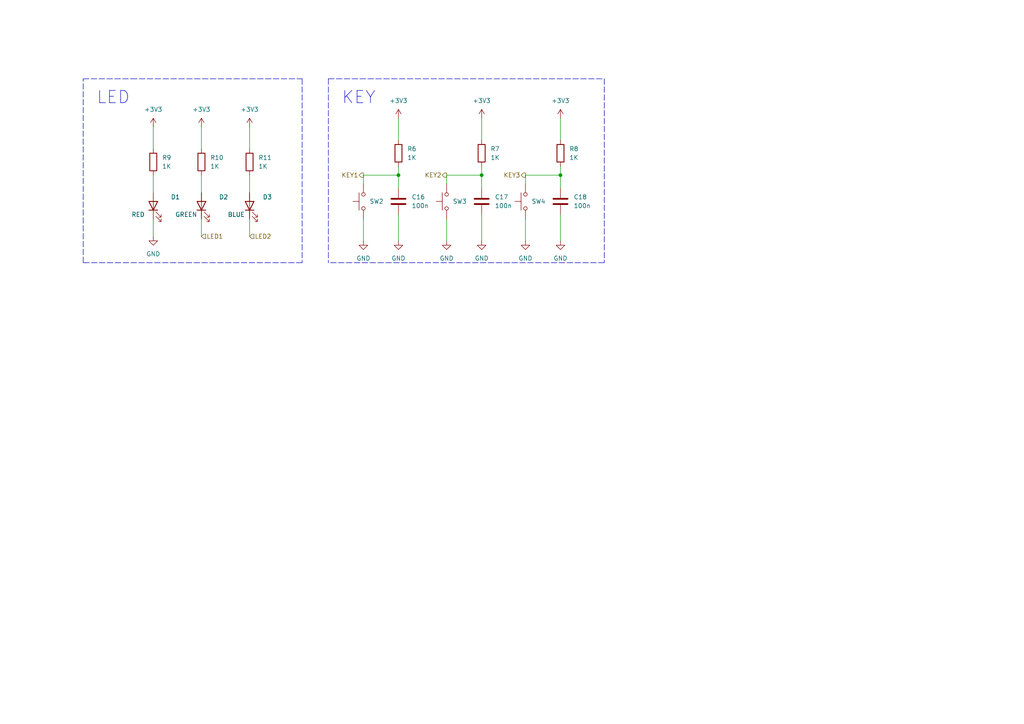
<source format=kicad_sch>
(kicad_sch (version 20211123) (generator eeschema)
  (paper "A4")
  (lib_symbols
    (symbol "Device:C" (pin_numbers hide) (pin_names (offset 0.254))
      (property "Reference" "C" (at 0.635 2.54 0))
      (property "Value" "C" (at 0.635 -2.54 0))
      (symbol "C_0_1"
        (polyline (pts (xy -2.032 -0.762) (xy 2.032 -0.762)) (stroke (width 0.508)))
        (polyline (pts (xy -2.032 0.762) (xy 2.032 0.762)) (stroke (width 0.508)))
      )
      (symbol "C_1_1"
        (pin passive line (at 0 3.81 270) (length 2.794) (name "~") (number "1"))
        (pin passive line (at 0 -3.81 90) (length 2.794) (name "~") (number "2"))
      )
    )
    (symbol "Device:LED" (pin_numbers hide) (pin_names (offset 1.016) hide)
      (property "Reference" "D" (at 0 2.54 0))
      (property "Value" "LED" (at 0 -2.54 0))
      (symbol "LED_0_1"
        (polyline (pts (xy -1.27 -1.27) (xy -1.27 1.27)) (stroke (width 0.254)))
        (polyline (pts (xy -1.27 0) (xy 1.27 0)))
        (polyline (pts (xy 1.27 -1.27) (xy 1.27 1.27) (xy -1.27 0) (xy 1.27 -1.27)) (stroke (width 0.254)))
        (polyline (pts (xy -3.048 -0.762) (xy -4.572 -2.286) (xy -3.81 -2.286) (xy -4.572 -2.286) (xy -4.572 -1.524)))
        (polyline (pts (xy -1.778 -0.762) (xy -3.302 -2.286) (xy -2.54 -2.286) (xy -3.302 -2.286) (xy -3.302 -1.524)))
      )
      (symbol "LED_1_1"
        (pin passive line (at -3.81 0 0) (length 2.54) (name "K") (number "1"))
        (pin passive line (at 3.81 0 180) (length 2.54) (name "A") (number "2"))
      )
    )
    (symbol "Device:R" (pin_numbers hide) (pin_names (offset 0))
      (property "Reference" "R" (at 2.032 0 90))
      (property "Value" "R" (at 0 0 90))
      (symbol "R_0_1"
        (rectangle (start -1.016 -2.54) (end 1.016 2.54) (stroke (width 0.254)))
      )
      (symbol "R_1_1"
        (pin passive line (at 0 3.81 270) (length 1.27) (name "~") (number "1"))
        (pin passive line (at 0 -3.81 90) (length 1.27) (name "~") (number "2"))
      )
    )
    (symbol "Switch:SW_Push" (pin_numbers hide) (pin_names (offset 1.016) hide)
      (property "Reference" "SW" (at 1.27 2.54 0))
      (property "Value" "SW_Push" (at 0 -1.524 0))
      (symbol "SW_Push_0_1"
        (circle (center -2.032 0) (radius 0.508))
        (polyline (pts (xy 0 1.27) (xy 0 3.048)))
        (polyline (pts (xy 2.54 1.27) (xy -2.54 1.27)))
        (circle (center 2.032 0) (radius 0.508))
        (pin passive line (at -5.08 0 0) (length 2.54) (name "1") (number "1"))
        (pin passive line (at 5.08 0 180) (length 2.54) (name "2") (number "2"))
      )
    )
    (symbol "power:+3V3" (power) (pin_names (offset 0))
      (property "Value" "+3V3" (at 0 3.556 0))
      (symbol "+3V3_0_1"
        (polyline (pts (xy -0.762 1.27) (xy 0 2.54)))
        (polyline (pts (xy 0 0) (xy 0 2.54)))
        (polyline (pts (xy 0 2.54) (xy 0.762 1.27)))
      )
      (symbol "+3V3_1_1"
        (pin power_in line (at 0 0 90) (length 0) hide (name "+3V3") (number "1"))
      )
    )
    (symbol "power:GND" (power) (pin_names (offset 0))
      (property "Value" "GND" (at 0 -3.81 0))
      (symbol "GND_0_1"
        (polyline (pts (xy 0 0) (xy 0 -1.27) (xy 1.27 -1.27) (xy 0 -2.54) (xy -1.27 -1.27) (xy 0 -1.27)))
      )
      (symbol "GND_1_1"
        (pin power_in line (at 0 0 270) (length 0) hide (name "GND") (number "1"))
      )
    )
  )
  (junction (at 139.7 50.8))
  (junction (at 115.57 50.8))
  (junction (at 162.56 50.8))
  (wire (pts (xy 152.4 50.8) (xy 152.4 53.34)))
  (wire (pts (xy 129.54 63.5) (xy 129.54 69.85)))
  (wire (pts (xy 139.7 48.26) (xy 139.7 50.8)))
  (polyline (pts (xy 38.1 22.86) (xy 87.63 22.86)))
  (wire (pts (xy 44.45 63.5) (xy 44.45 68.58)))
  (wire (pts (xy 58.42 36.83) (xy 58.42 43.18)))
  (polyline (pts (xy 87.63 76.2) (xy 24.13 76.2)))
  (polyline (pts (xy 175.26 76.2) (xy 95.25 76.2)))
  (polyline (pts (xy 175.26 22.86) (xy 175.26 76.2)))
  (wire (pts (xy 162.56 34.29) (xy 162.56 40.64)))
  (wire (pts (xy 115.57 34.29) (xy 115.57 40.64)))
  (wire (pts (xy 115.57 62.23) (xy 115.57 69.85)))
  (wire (pts (xy 139.7 62.23) (xy 139.7 69.85)))
  (wire (pts (xy 162.56 48.26) (xy 162.56 50.8)))
  (wire (pts (xy 105.41 63.5) (xy 105.41 69.85)))
  (wire (pts (xy 72.39 50.8) (xy 72.39 55.88)))
  (wire (pts (xy 162.56 50.8) (xy 152.4 50.8)))
  (wire (pts (xy 58.42 50.8) (xy 58.42 55.88)))
  (wire (pts (xy 105.41 50.8) (xy 105.41 53.34)))
  (wire (pts (xy 72.39 36.83) (xy 72.39 43.18)))
  (wire (pts (xy 115.57 50.8) (xy 105.41 50.8)))
  (polyline (pts (xy 24.13 22.86) (xy 38.1 22.86)))
  (polyline (pts (xy 95.25 22.86) (xy 175.26 22.86)))
  (wire (pts (xy 139.7 50.8) (xy 139.7 54.61)))
  (wire (pts (xy 139.7 34.29) (xy 139.7 40.64)))
  (wire (pts (xy 115.57 50.8) (xy 115.57 54.61)))
  (wire (pts (xy 58.42 63.5) (xy 58.42 68.58)))
  (wire (pts (xy 115.57 48.26) (xy 115.57 50.8)))
  (wire (pts (xy 129.54 50.8) (xy 129.54 53.34)))
  (wire (pts (xy 44.45 50.8) (xy 44.45 55.88)))
  (wire (pts (xy 72.39 63.5) (xy 72.39 68.58)))
  (polyline (pts (xy 24.13 76.2) (xy 24.13 22.86)))
  (wire (pts (xy 162.56 62.23) (xy 162.56 69.85)))
  (polyline (pts (xy 95.25 22.86) (xy 95.25 76.2)))
  (wire (pts (xy 152.4 63.5) (xy 152.4 69.85)))
  (wire (pts (xy 162.56 50.8) (xy 162.56 54.61)))
  (polyline (pts (xy 87.63 22.86) (xy 87.63 76.2)))
  (wire (pts (xy 139.7 50.8) (xy 129.54 50.8)))
  (wire (pts (xy 44.45 36.83) (xy 44.45 43.18)))
  (text "KEY" (at 99.06 30.48 0) (effects (font (size 3.556 3.556)) (justify left bottom)))
  (text "LED" (at 27.94 30.48 0) (effects (font (size 3.556 3.556)) (justify left bottom)))
  (hierarchical_label "KEY2" (shape output) (at 129.54 50.8 180))
  (hierarchical_label "LED1" (shape input) (at 58.42 68.58 0))
  (hierarchical_label "KEY1" (shape output) (at 105.41 50.8 180))
  (hierarchical_label "KEY3" (shape output) (at 152.4 50.8 180))
  (hierarchical_label "LED2" (shape input) (at 72.39 68.58 0))
  (symbol (lib_id "power:GND") (at 129.54 69.85 0) (unit 1)
    (property "Reference" "#PWR0156" (effects hide))
    (property "Value" "GND" (at 129.54 74.93 0))
  )
  (symbol (lib_id "power:+3V3") (at 44.45 36.83 0) (unit 1)
    (property "Reference" "#PWR0154" (effects hide))
    (property "Value" "+3V3" (at 44.45 31.75 0))
  )
  (symbol (lib_id "power:GND") (at 152.4 69.85 0) (unit 1)
    (property "Reference" "#PWR0148" (effects hide))
    (property "Value" "GND" (at 152.4 74.93 0))
  )
  (symbol (lib_id "power:GND") (at 115.57 69.85 0) (unit 1)
    (property "Reference" "#PWR0158" (effects hide))
    (property "Value" "GND" (at 115.57 74.93 0))
  )
  (symbol (lib_id "power:GND") (at 162.56 69.85 0) (unit 1)
    (property "Reference" "#PWR0146" (effects hide))
    (property "Value" "GND" (at 162.56 74.93 0))
  )
  (symbol (lib_id "power:+3V3") (at 72.39 36.83 0) (unit 1)
    (property "Reference" "#PWR0153" (effects hide))
    (property "Value" "+3V3" (at 72.39 31.75 0))
  )
  (symbol (lib_id "power:GND") (at 44.45 68.58 0) (unit 1)
    (property "Reference" "#PWR0155" (effects hide))
    (property "Value" "GND" (at 44.45 73.66 0))
  )
  (symbol (lib_id "Switch:SW_Push") (at 129.54 58.42 90) (unit 1)
    (property "Reference" "SW3" (at 133.35 58.42 90))
    (property "Value" "SW_Push" (effects hide))
    (property "Footprint" "Button_Switch_SMD:SW_Push_1P1T_NO_6x6mm_H9.5mm" (effects hide))
  )
  (symbol (lib_id "Device:R") (at 58.42 46.99 0) (unit 1)
    (property "Reference" "R10" (at 60.96 45.7199 0) (effects (justify left)))
    (property "Value" "1K" (at 60.96 48.2599 0) (effects (justify left)))
    (property "Footprint" "Resistor_SMD:R_0603_1608Metric" (effects hide))
  )
  (symbol (lib_id "Switch:SW_Push") (at 152.4 58.42 90) (unit 1)
    (property "Reference" "SW4" (at 156.21 58.42 90))
    (property "Value" "SW_Push" (effects hide))
    (property "Footprint" "Button_Switch_SMD:SW_Push_1P1T_NO_6x6mm_H9.5mm" (effects hide))
  )
  (symbol (lib_id "Device:R") (at 115.57 44.45 0) (unit 1)
    (property "Reference" "R6" (at 118.11 43.1799 0) (effects (justify left)))
    (property "Value" "1K" (at 118.11 45.7199 0) (effects (justify left)))
    (property "Footprint" "Resistor_SMD:R_0603_1608Metric" (effects hide))
  )
  (symbol (lib_id "power:+3V3") (at 139.7 34.29 0) (unit 1)
    (property "Reference" "#PWR0151" (effects hide))
    (property "Value" "+3V3" (at 139.7 29.21 0))
  )
  (symbol (lib_id "power:+3V3") (at 162.56 34.29 0) (unit 1)
    (property "Reference" "#PWR0149" (effects hide))
    (property "Value" "+3V3" (at 162.56 29.21 0))
  )
  (symbol (lib_id "Device:LED") (at 58.42 59.69 90) (unit 1)
    (property "Reference" "D2" (at 63.5 57.15 90) (effects (justify right)))
    (property "Value" "GREEN" (at 50.8 62.23 90) (effects (justify right)))
    (property "Footprint" "LED_SMD:LED_0603_1608Metric" (effects hide))
  )
  (symbol (lib_id "power:GND") (at 105.41 69.85 0) (unit 1)
    (property "Reference" "#PWR0157" (effects hide))
    (property "Value" "GND" (at 105.41 74.93 0))
  )
  (symbol (lib_id "Device:C") (at 139.7 58.42 0) (unit 1)
    (property "Reference" "C17" (at 143.51 57.1499 0) (effects (justify left)))
    (property "Value" "100n" (at 143.51 59.6899 0) (effects (justify left)))
    (property "Footprint" "Capacitor_SMD:C_0603_1608Metric" (effects hide))
  )
  (symbol (lib_id "Device:LED") (at 72.39 59.69 90) (unit 1)
    (property "Reference" "D3" (at 76.2 57.15 90) (effects (justify right)))
    (property "Value" "BLUE" (at 66.04 62.23 90) (effects (justify right)))
    (property "Footprint" "LED_SMD:LED_0603_1608Metric" (effects hide))
  )
  (symbol (lib_id "Device:C") (at 115.57 58.42 0) (unit 1)
    (property "Reference" "C16" (at 119.38 57.1499 0) (effects (justify left)))
    (property "Value" "100n" (at 119.38 59.6899 0) (effects (justify left)))
    (property "Footprint" "Capacitor_SMD:C_0603_1608Metric" (effects hide))
  )
  (symbol (lib_id "power:+3V3") (at 115.57 34.29 0) (unit 1)
    (property "Reference" "#PWR0150" (effects hide))
    (property "Value" "+3V3" (at 115.57 29.21 0))
  )
  (symbol (lib_id "Device:R") (at 72.39 46.99 0) (unit 1)
    (property "Reference" "R11" (at 74.93 45.7199 0) (effects (justify left)))
    (property "Value" "1K" (at 74.93 48.2599 0) (effects (justify left)))
    (property "Footprint" "Resistor_SMD:R_0603_1608Metric" (effects hide))
  )
  (symbol (lib_id "Switch:SW_Push") (at 105.41 58.42 90) (unit 1)
    (property "Reference" "SW2" (at 109.22 58.42 90))
    (property "Value" "SW_Push" (effects hide))
    (property "Footprint" "Button_Switch_SMD:SW_Push_1P1T_NO_6x6mm_H9.5mm" (effects hide))
  )
  (symbol (lib_id "Device:R") (at 139.7 44.45 0) (unit 1)
    (property "Reference" "R7" (at 142.24 43.1799 0) (effects (justify left)))
    (property "Value" "1K" (at 142.24 45.7199 0) (effects (justify left)))
    (property "Footprint" "Resistor_SMD:R_0603_1608Metric" (effects hide))
  )
  (symbol (lib_id "Device:LED") (at 44.45 59.69 90) (unit 1)
    (property "Reference" "D1" (at 49.53 57.15 90) (effects (justify right)))
    (property "Value" "RED" (at 38.1 62.23 90) (effects (justify right)))
    (property "Footprint" "LED_SMD:LED_0603_1608Metric" (effects hide))
  )
  (symbol (lib_id "power:GND") (at 139.7 69.85 0) (unit 1)
    (property "Reference" "#PWR0147" (effects hide))
    (property "Value" "GND" (at 139.7 74.93 0))
  )
  (symbol (lib_id "Device:R") (at 162.56 44.45 0) (unit 1)
    (property "Reference" "R8" (at 165.1 43.1799 0) (effects (justify left)))
    (property "Value" "1K" (at 165.1 45.7199 0) (effects (justify left)))
    (property "Footprint" "Resistor_SMD:R_0603_1608Metric" (effects hide))
  )
  (symbol (lib_id "Device:C") (at 162.56 58.42 0) (unit 1)
    (property "Reference" "C18" (at 166.37 57.1499 0) (effects (justify left)))
    (property "Value" "100n" (at 166.37 59.6899 0) (effects (justify left)))
    (property "Footprint" "Capacitor_SMD:C_0603_1608Metric" (effects hide))
  )
  (symbol (lib_id "Device:R") (at 44.45 46.99 0) (unit 1)
    (property "Reference" "R9" (at 46.99 45.7199 0) (effects (justify left)))
    (property "Value" "1K" (at 46.99 48.2599 0) (effects (justify left)))
    (property "Footprint" "Resistor_SMD:R_0603_1608Metric" (effects hide))
  )
  (symbol (lib_id "power:+3V3") (at 58.42 36.83 0) (unit 1)
    (property "Reference" "#PWR0152" (effects hide))
    (property "Value" "+3V3" (at 58.42 31.75 0))
  )
)
</source>
